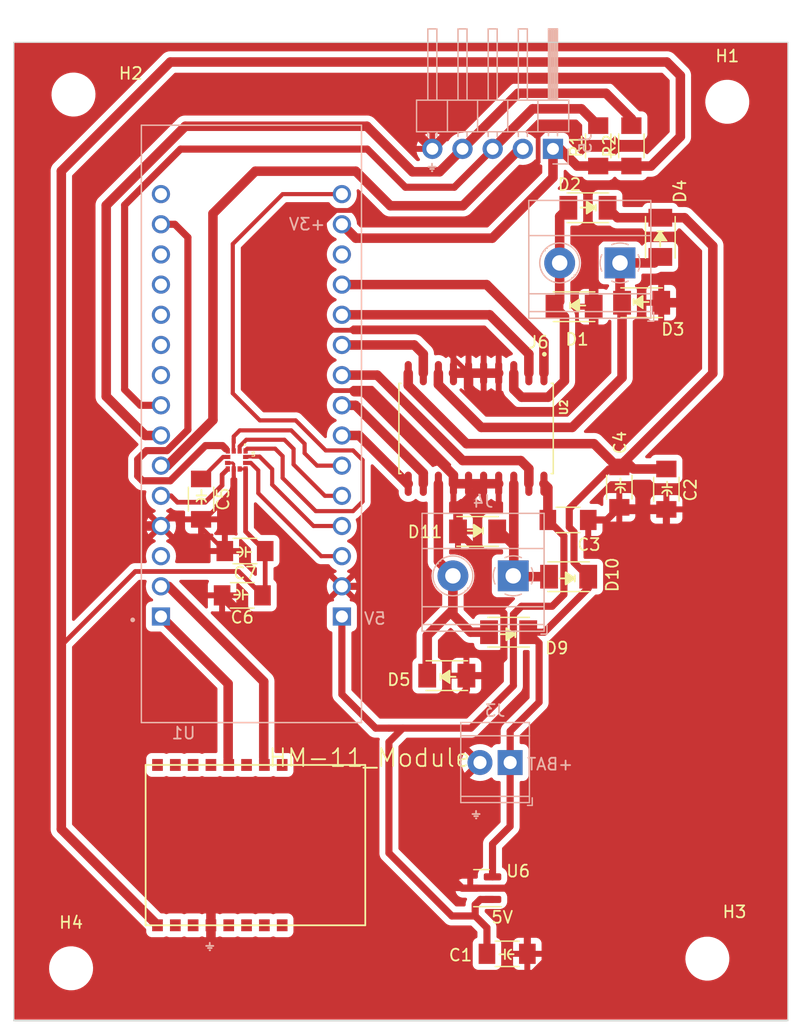
<source format=kicad_pcb>
(kicad_pcb (version 20221018) (generator pcbnew)
  (layers (0 "F.Cu" signal) (31 "B.Cu" signal) (34 "B.Paste" user) (35 "F.Paste" user) (36 "B.SilkS" user "B.Silkscreen") (37 "F.SilkS" user "F.Silkscreen") (38 "B.Mask" user) (39 "F.Mask" user) (44 "Edge.Cuts" user))
  (net 0 "")
  (net 2 "EN_A")
  (net 3 "A_H")
  (net 4 "A_L")
  (net 5 "EN_B")
  (net 9 "XSHUT")
  (net 10 "SCL")
  (net 11 "SDA")
  (net 12 "RX")
  (net 13 "B_H")
  (net 14 "B_L")
  (net 16 "VCC")
  (net 17 "GND")
  (net 18 "Net-(D3-K)")
  (net 20 "+BAT")
  (net 22 "TX")
  (net 33 "3V3")
  (net 36 "Net-(D5-K)")
  (net 37 "Net-(D10-A)")
  (net 38 "Net-(D1-K)")
  (net 39 "Net-(U5-C1)")
  (net 40 "SCLK")
  (net 41 "SXL")
  (net 42 "SMAG")
  (net 43 "SDOI")
  (net 44 "INT_MAG")
  (net 45 "INT_XL")
  (net 46 "DRDY")
  (footprint "fab:SOD-123T" (layer "F.Cu") (at 232.4608 90.6272 180)
    (fp_text reference "D10")
    (fp_text value "Diode_Schottky_MiniSMA")
  )
  (footprint "Modules:HM-11_Module" (layer "F.Cu") (at 205.5808 113.2268 -90)
    (fp_text reference "U4")
    (fp_text value "HM-11_Module")
  )
  (footprint "fab:SOD-123T" (layer "F.Cu") (at 234.0864 59.5684 180)
    (fp_text reference "D2")
    (fp_text value "Diode_Schottky_MiniSMA")
  )
  (footprint "fab:SOD-123T" (layer "F.Cu") (at 222.1992 98.9584)
    (fp_text reference "D5")
    (fp_text value "Diode_Schottky_MiniSMA")
  )
  (footprint "fab:C_1206" (layer "F.Cu") (at 204.97 92.2 180)
    (fp_text reference "C6")
    (fp_text value "100nF")
  )
  (footprint "Package_TO_SOT_SMD:SOT-23" (layer "F.Cu") (at 225.11 116.85 180)
    (fp_text reference "U6")
    (fp_text value "LM3480-5.0")
  )
  (footprint "fab:R_1206" (layer "F.Cu") (at 237.744 54.356 90)
    (fp_text reference "R2")
    (fp_text value "1K")
  )
  (footprint "L293dd:SOIC127P1032X265-20N" (layer "F.Cu") (at 224.663 78.149 -90)
    (fp_text reference "U2")
    (fp_text value "L293DD")
  )
  (footprint "fab:C_1206" (layer "F.Cu") (at 227.2792 122.3772)
    (fp_text reference "C1")
    (fp_text value "10uF")
  )
  (footprint "MountingHole:MountingHole_3.2mm_M3_ISO7380" (layer "F.Cu") (at 244.1448 122.7836)
    (fp_text reference "H3")
    (fp_text value "MountingHole")
  )
  (footprint "fab:R_1206" (layer "F.Cu") (at 234.95 54.356 90)
    (fp_text reference "R1")
    (fp_text value "1k")
  )
  (footprint "fab:SOD-123T" (layer "F.Cu") (at 240.1824 62.0576 -90)
    (fp_text reference "D4")
    (fp_text value "Diode_Schottky_MiniSMA")
  )
  (footprint "fab:C_1206" (layer "F.Cu") (at 236.728 83.0888 -90)
    (fp_text reference "C4")
    (fp_text value "10uF")
  )
  (footprint "LSM303CTR:LGA12R50P_200X200X100" (layer "F.Cu") (at 204.5 80.8 -90)
    (fp_text reference "U5")
    (fp_text value "LSM303CTR")
  )
  (footprint "MountingHole:MountingHole_3.2mm_M3_ISO7380" (layer "F.Cu") (at 245.8212 50.6476)
    (fp_text reference "H1")
    (fp_text value "MountingHole")
  )
  (footprint "MountingHole:MountingHole_3.2mm_M3_ISO7380" (layer "F.Cu") (at 190.754 50.038)
    (fp_text reference "H2")
    (fp_text value "MountingHole")
  )
  (footprint "fab:C_1206" (layer "F.Cu") (at 201.5 84.1 -90)
    (fp_text reference "C5")
    (fp_text value "100nF")
  )
  (footprint "fab:SOD-123T" (layer "F.Cu") (at 227.4052 95.3008 180)
    (fp_text reference "D9")
    (fp_text value "Diode_Schottky_MiniSMA")
  )
  (footprint "fab:C_1206" (layer "F.Cu") (at 205.2 88.47 180)
    (fp_text reference "C7")
    (fp_text value "10uF")
  )
  (footprint "MountingHole:MountingHole_3.2mm_M3_ISO7380" (layer "F.Cu") (at 190.5508 123.5964)
    (fp_text reference "H4")
    (fp_text value "MountingHole")
  )
  (footprint "fab:C_1206" (layer "F.Cu") (at 232.41 85.852)
    (fp_text reference "C3")
    (fp_text value "10uF")
  )
  (footprint "fab:SOD-123T" (layer "F.Cu") (at 232.918 67.8996)
    (fp_text reference "D1")
    (fp_text value "Diode_Schottky_MiniSMA")
  )
  (footprint "fab:SOD-123T" (layer "F.Cu") (at 238.6076 67.564)
    (fp_text reference "D3")
    (fp_text value "Diode_Schottky_MiniSMA")
  )
  (footprint "fab:C_1206" (layer "F.Cu") (at 240.6904 83.2612 -90)
    (fp_text reference "C2")
    (fp_text value "10uF")
  )
  (footprint "fab:SOD-123T" (layer "F.Cu") (at 224.79 86.8172 180)
    (fp_text reference "D11")
    (fp_text value "Diode_Schottky_MiniSMA")
  )
  (footprint "TerminalBlock_Phoenix:TerminalBlock_Phoenix_MKDS-1,5-2-5.08_1x02_P5.08mm_Horizontal" (layer "B.Cu") (at 227.7922 90.5566 180)
    (fp_text reference "J4")
    (fp_text value "MOTOR2 OUT")
  )
  (footprint "Modules:mod" (layer "B.Cu") (at 205.74 77.765)
    (fp_text reference "U1")
    (fp_text value "NUCLEO-L432KC")
  )
  (footprint "TerminalBlock_Phoenix:TerminalBlock_Phoenix_MKDS-1,5-2-5.08_1x02_P5.08mm_Horizontal" (layer "B.Cu") (at 236.7838 64.2114 180)
    (fp_text reference "J6")
    (fp_text value "MOTOR2 OUT")
  )
  (footprint "TerminalBlock_TE-Connectivity:TerminalBlock_TE_282834-2_1x02_P2.54mm_Horizontal" (layer "B.Cu") (at 227.5332 106.2736 180)
    (fp_text reference "J3")
    (fp_text value "Conn_01x02_Socket")
  )
  (footprint "Connector_PinHeader_2.54mm:PinHeader_1x05_P2.54mm_Horizontal" (layer "B.Cu") (at 231.14 54.61 90)
    (fp_text reference "J5")
    (fp_text value "LIDAR_conn")
  )
  (gr_line (start 202.08 121.89) (end 202.39 121.89) (stroke (width 0.15)) (layer "B.SilkS"))
  (gr_line (start 224.36 110.61) (end 224.96 110.61) (stroke (width 0.15)) (layer "B.SilkS"))
  (gr_line (start 202.23 121.45) (end 202.23 121.71) (stroke (width 0.15)) (layer "B.SilkS"))
  (gr_line (start 202.22 122.08) (end 202.26 122.08) (stroke (width 0.15)) (layer "B.SilkS"))
  (gr_line (start 220.8 56.3) (end 221.11 56.3) (stroke (width 0.15)) (layer "B.SilkS"))
  (gr_line (start 220.65 56.12) (end 221.25 56.12) (stroke (width 0.15)) (layer "B.SilkS"))
  (gr_line (start 224.51 110.79) (end 224.82 110.79) (stroke (width 0.15)) (layer "B.SilkS"))
  (gr_line (start 220.95 55.86) (end 220.95 56.12) (stroke (width 0.15)) (layer "B.SilkS"))
  (gr_line (start 201.93 121.71) (end 202.53 121.71) (stroke (width 0.15)) (layer "B.SilkS"))
  (gr_line (start 224.66 110.35) (end 224.66 110.61) (stroke (width 0.15)) (layer "B.SilkS"))
  (gr_line (start 220.94 56.49) (end 220.98 56.49) (stroke (width 0.15)) (layer "B.SilkS"))
  (gr_line (start 224.65 110.98) (end 224.69 110.98) (stroke (width 0.15)) (layer "B.SilkS"))
  (gr_line (start 232.588 67.546) (end 232.588 68.054) (stroke (width 0.15)) (layer "F.SilkS"))
  (gr_arc (start 204.521859 91.728576) (mid 204.76749 92.139686) (end 204.49 92.53) (stroke (width 0.15)) (layer "F.SilkS"))
  (gr_line (start 241.16 83.09) (end 240.35 83.09) (stroke (width 0.15)) (layer "F.SilkS"))
  (gr_poly (pts (xy 227.972 95.47) (xy 227.21 94.962) (xy 227.21 95.978)) (stroke (width 0.15)) (fill solid) (layer "F.SilkS"))
  (gr_line (start 232.21 90.77) (end 231.702 90.77) (stroke (width 0.15)) (layer "F.SilkS"))
  (gr_poly (pts (xy 240.17 61.558) (xy 239.662 62.32) (xy 240.678 62.32)) (stroke (width 0.15)) (fill solid) (layer "F.SilkS"))
  (gr_line (start 224.47 86.76) (end 223.962 86.76) (stroke (width 0.15)) (layer "F.SilkS"))
  (gr_line (start 237.23 82.83) (end 236.42 82.83) (stroke (width 0.15)) (layer "F.SilkS"))
  (gr_poly (pts (xy 232.972 90.77) (xy 232.21 90.262) (xy 232.21 91.278)) (stroke (width 0.15)) (fill solid) (layer "F.SilkS"))
  (gr_arc (start 240.338576 83.588141) (mid 240.749686 83.34251) (end 241.14 83.62) (stroke (width 0.15)) (layer "F.SilkS"))
  (gr_line (start 236.82 82.37) (end 236.82 82.73) (stroke (width 0.15)) (layer "F.SilkS"))
  (gr_line (start 227.461859 122.408576) (end 227.821859 122.408576) (stroke (width 0.15)) (layer "F.SilkS"))
  (gr_line (start 240.424 61.558) (end 239.916 61.558) (stroke (width 0.15)) (layer "F.SilkS"))
  (gr_line (start 232.972 91.024) (end 232.972 90.516) (stroke (width 0.15)) (layer "F.SilkS"))
  (gr_arc (start 236.408576 83.328141) (mid 236.819686 83.08251) (end 237.21 83.36) (stroke (width 0.15)) (layer "F.SilkS"))
  (gr_line (start 234.742 59.804) (end 234.742 59.296) (stroke (width 0.15)) (layer "F.SilkS"))
  (gr_poly (pts (xy 234.742 59.55) (xy 233.98 59.042) (xy 233.98 60.058)) (stroke (width 0.15)) (fill solid) (layer "F.SilkS"))
  (gr_line (start 205.02 92.55) (end 205.02 91.74) (stroke (width 0.15)) (layer "F.SilkS"))
  (gr_poly (pts (xy 237.928 67.5) (xy 238.69 68.008) (xy 238.69 66.992)) (stroke (width 0.15)) (fill solid) (layer "F.SilkS"))
  (gr_line (start 226.631859 122.418576) (end 226.991859 122.418576) (stroke (width 0.15)) (layer "F.SilkS"))
  (gr_line (start 225.232 87.014) (end 225.232 86.506) (stroke (width 0.15)) (layer "F.SilkS"))
  (gr_line (start 236.83 83.2) (end 236.83 83.56) (stroke (width 0.15)) (layer "F.SilkS"))
  (gr_line (start 204.65 92.15) (end 204.29 92.15) (stroke (width 0.15)) (layer "F.SilkS"))
  (gr_line (start 205.26 88.96) (end 205.26 88.15) (stroke (width 0.15)) (layer "F.SilkS"))
  (gr_line (start 233.98 59.55) (end 233.472 59.55) (stroke (width 0.15)) (layer "F.SilkS"))
  (gr_line (start 233.35 67.8) (end 233.858 67.8) (stroke (width 0.15)) (layer "F.SilkS"))
  (gr_poly (pts (xy 225.232 86.76) (xy 224.47 86.252) (xy 224.47 87.268)) (stroke (width 0.15)) (fill solid) (layer "F.SilkS"))
  (gr_line (start 240.75 82.63) (end 240.75 82.99) (stroke (width 0.15)) (layer "F.SilkS"))
  (gr_poly (pts (xy 232.588 67.8) (xy 233.35 68.308) (xy 233.35 67.292)) (stroke (width 0.15)) (fill solid) (layer "F.SilkS"))
  (gr_line (start 204.89 88.56) (end 204.53 88.56) (stroke (width 0.15)) (layer "F.SilkS"))
  (gr_line (start 201.53 83.33) (end 201.53 83.69) (stroke (width 0.15)) (layer "F.SilkS"))
  (gr_line (start 222.42 99.05) (end 222.928 99.05) (stroke (width 0.15)) (layer "F.SilkS"))
  (gr_poly (pts (xy 221.658 99.05) (xy 222.42 99.558) (xy 222.42 98.542)) (stroke (width 0.15)) (fill solid) (layer "F.SilkS"))
  (gr_line (start 201.94 83.79) (end 201.13 83.79) (stroke (width 0.15)) (layer "F.SilkS"))
  (gr_arc (start 201.118576 84.288141) (mid 201.529686 84.04251) (end 201.92 84.32) (stroke (width 0.15)) (layer "F.SilkS"))
  (gr_line (start 227.091859 122.008576) (end 227.091859 122.818576) (stroke (width 0.15)) (layer "F.SilkS"))
  (gr_line (start 221.658 98.796) (end 221.658 99.304) (stroke (width 0.15)) (layer "F.SilkS"))
  (gr_line (start 227.972 95.724) (end 227.972 95.216) (stroke (width 0.15)) (layer "F.SilkS"))
  (gr_line (start 205.72 88.55) (end 205.36 88.55) (stroke (width 0.15)) (layer "F.SilkS"))
  (gr_line (start 237.928 67.246) (end 237.928 67.754) (stroke (width 0.15)) (layer "F.SilkS"))
  (gr_line (start 201.54 84.16) (end 201.54 84.52) (stroke (width 0.15)) (layer "F.SilkS"))
  (gr_arc (start 227.59 122.83) (mid 227.344369 122.41889) (end 227.621859 122.028576) (stroke (width 0.15)) (layer "F.SilkS"))
  (gr_line (start 238.69 67.5) (end 239.198 67.5) (stroke (width 0.15)) (layer "F.SilkS"))
  (gr_line (start 205.48 92.14) (end 205.12 92.14) (stroke (width 0.15)) (layer "F.SilkS"))
  (gr_line (start 240.17 62.32) (end 240.17 62.828) (stroke (width 0.15)) (layer "F.SilkS"))
  (gr_arc (start 204.761859 88.138576) (mid 205.00749 88.549686) (end 204.73 88.94) (stroke (width 0.15)) (layer "F.SilkS"))
  (gr_line (start 240.76 83.46) (end 240.76 83.82) (stroke (width 0.15)) (layer "F.SilkS"))
  (gr_line (start 227.21 95.47) (end 226.702 95.47) (stroke (width 0.15)) (layer "F.SilkS"))
  (gr_rect (start 185.7248 45.6438) (end 250.9266 128.016) (stroke (width 0.1)) (fill none) (layer "Edge.Cuts"))
  (gr_text "+3V" (at 212.05 61.54) (layer "B.SilkS") (effects (font (size 1 1)) (justify left bottom mirror)))
  (gr_text "5V" (at 217.14 94.74) (layer "B.SilkS") (effects (font (size 1 1)) (justify left bottom mirror)))
  (gr_text "+BAT" (at 232.92 107) (layer "B.SilkS") (effects (font (size 1 1)) (justify left bottom mirror)))
  (gr_text "5V" (at 225.86 119.89) (layer "F.SilkS") (effects (font (size 1 1)) (justify left bottom)))
  (segment (start 230.378 70.866) (end 230.378 73.494) (width 0.8) (layer "F.Cu") (net 2))
  (segment (start 225.552 66.04) (end 230.378 70.866) (width 0.8) (layer "F.Cu") (net 2))
  (segment (start 213.36 66.04) (end 225.552 66.04) (width 0.8) (layer "F.Cu") (net 2))
  (segment (start 225.806 68.58) (end 229.108 71.882) (width 0.8) (layer "F.Cu") (net 3))
  (segment (start 229.108 71.882) (end 229.108 73.494) (width 0.8) (layer "F.Cu") (net 3))
  (segment (start 213.36 68.58) (end 225.806 68.58) (width 0.8) (layer "F.Cu") (net 3))
  (segment (start 213.36 71.12) (end 219.456 71.12) (width 0.8) (layer "F.Cu") (net 4))
  (segment (start 220.218 71.882) (end 220.218 73.494) (width 0.8) (layer "F.Cu") (net 4))
  (segment (start 219.456 71.12) (end 220.218 71.882) (width 0.8) (layer "F.Cu") (net 4))
  (segment (start 214.81 78.74) (end 218.874 82.804) (width 0.8) (layer "F.Cu") (net 5))
  (segment (start 218.874 82.804) (end 218.948 82.804) (width 0.8) (layer "F.Cu") (net 5))
  (segment (start 213.36 78.74) (end 214.81 78.74) (width 0.8) (layer "F.Cu") (net 5))
  (segment (start 214.5284 56.4896) (end 217.4388 59.4) (width 0.8) (layer "F.Cu") (net 9))
  (segment (start 217.4388 59.4) (end 223.556 59.4) (width 0.8) (layer "F.Cu") (net 9))
  (segment (start 202.5 60.06) (end 206.0704 56.4896) (width 0.8) (layer "F.Cu") (net 9))
  (segment (start 206.0704 56.4896) (end 214.5284 56.4896) (width 0.8) (layer "F.Cu") (net 9))
  (segment (start 198.12 81.28) (end 198.66 81.28) (width 0.8) (layer "F.Cu") (net 9))
  (segment (start 202.5 77.44) (end 202.5 60.06) (width 0.8) (layer "F.Cu") (net 9))
  (segment (start 223.556 59.4) (end 228.346 54.61) (width 0.8) (layer "F.Cu") (net 9))
  (segment (start 198.66 81.28) (end 202.5 77.44) (width 0.8) (layer "F.Cu") (net 9))
  (segment (start 228.346 54.61) (end 228.6 54.61) (width 0.8) (layer "F.Cu") (net 9))
  (segment (start 229.43 51.24) (end 233.534 51.24) (width 0.8) (layer "F.Cu") (net 10))
  (segment (start 226.06 54.61) (end 229.43 51.24) (width 0.8) (layer "F.Cu") (net 10))
  (segment (start 195.06 59.34) (end 199.77 54.63) (width 0.6) (layer "F.Cu") (net 10))
  (segment (start 222.83 57.84) (end 226.06 54.61) (width 0.6) (layer "F.Cu") (net 10))
  (segment (start 199.77 54.63) (end 215.5 54.63) (width 0.6) (layer "F.Cu") (net 10))
  (segment (start 198.12 76.2) (end 196.39 76.2) (width 0.6) (layer "F.Cu") (net 10))
  (segment (start 195.06 74.87) (end 195.06 59.34) (width 0.6) (layer "F.Cu") (net 10))
  (segment (start 233.534 51.24) (end 234.95 52.656) (width 0.8) (layer "F.Cu") (net 10))
  (segment (start 218.71 57.84) (end 222.83 57.84) (width 0.6) (layer "F.Cu") (net 10))
  (segment (start 196.39 76.2) (end 195.06 74.87) (width 0.6) (layer "F.Cu") (net 10))
  (segment (start 215.5 54.63) (end 218.71 57.84) (width 0.6) (layer "F.Cu") (net 10))
  (segment (start 193.51 59.364214) (end 193.51 75.4508) (width 0.8) (layer "F.Cu") (net 11))
  (segment (start 219.3036 56.5404) (end 215.4682 52.705) (width 0.8) (layer "F.Cu") (net 11))
  (segment (start 200.169214 52.705) (end 193.51 59.364214) (width 0.8) (layer "F.Cu") (net 11))
  (segment (start 193.51 75.4508) (end 196.7992 78.74) (width 0.8) (layer "F.Cu") (net 11))
  (segment (start 237.744 52.07) (end 237.744 52.656) (width 0.8) (layer "F.Cu") (net 11))
  (segment (start 223.52 54.61) (end 228.2 49.93) (width 0.8) (layer "F.Cu") (net 11))
  (segment (start 215.4682 52.705) (end 200.169214 52.705) (width 0.8) (layer "F.Cu") (net 11))
  (segment (start 235.604 49.93) (end 237.744 52.07) (width 0.8) (layer "F.Cu") (net 11))
  (segment (start 196.7992 78.74) (end 198.12 78.74) (width 0.8) (layer "F.Cu") (net 11))
  (segment (start 228.2 49.93) (end 235.604 49.93) (width 0.8) (layer "F.Cu") (net 11))
  (segment (start 221.5896 56.5404) (end 219.3036 56.5404) (width 0.8) (layer "F.Cu") (net 11))
  (segment (start 223.52 54.61) (end 221.5896 56.5404) (width 0.8) (layer "F.Cu") (net 11))
  (segment (start 198.76 91.44) (end 206.78 99.46) (width 0.8) (layer "F.Cu") (net 12))
  (segment (start 206.78 99.46) (end 206.78 105.88) (width 0.8) (layer "F.Cu") (net 12))
  (segment (start 198.12 91.44) (end 198.76 91.44) (width 0.8) (layer "F.Cu") (net 12))
  (segment (start 213.36 76.2) (end 214.51 76.2) (width 0.8) (layer "F.Cu") (net 13))
  (segment (start 220.218 81.908) (end 220.218 82.804) (width 0.8) (layer "F.Cu") (net 13))
  (segment (start 214.51 76.2) (end 220.218 81.908) (width 0.8) (layer "F.Cu") (net 13))
  (segment (start 229.108 81.534) (end 229.108 82.804) (width 0.8) (layer "F.Cu") (net 14))
  (segment (start 228.4276 80.8536) (end 229.108 81.534) (width 0.8) (layer "F.Cu") (net 14))
  (segment (start 216.34 73.66) (end 223.5336 80.8536) (width 0.8) (layer "F.Cu") (net 14))
  (segment (start 213.36 73.66) (end 216.34 73.66) (width 0.8) (layer "F.Cu") (net 14))
  (segment (start 223.5336 80.8536) (end 228.4276 80.8536) (width 0.8) (layer "F.Cu") (net 14))
  (segment (start 213.36 100.5332) (end 213.36 93.98) (width 0.6) (layer "F.Cu") (net 16))
  (segment (start 232.0608 92.1272) (end 231.0716 93.1164) (width 0.6) (layer "F.Cu") (net 16))
  (segment (start 217.3224 104.5464) (end 218.4908 103.378) (width 0.6) (layer "F.Cu") (net 16))
  (segment (start 224.586 118.234) (end 225.02 117.8) (width 0.6) (layer "F.Cu") (net 16))
  (segment (start 225.5792 120.184) (end 224.586 119.1908) (width 0.6) (layer "F.Cu") (net 16))
  (segment (start 230.71 85.852) (end 230.71 83.136) (width 0.8) (layer "F.Cu") (net 16))
  (segment (start 217.3224 113.8936) (end 217.3224 104.5464) (width 0.6) (layer "F.Cu") (net 16))
  (segment (start 225.5792 122.3772) (end 225.5792 120.184) (width 0.6) (layer "F.Cu") (net 16))
  (segment (start 224.586 119.1908) (end 222.6196 119.1908) (width 0.6) (layer "F.Cu") (net 16))
  (segment (start 228.4896 93.1164) (end 227.8052 93.8008) (width 0.6) (layer "F.Cu") (net 16))
  (segment (start 231.0716 93.1164) (end 228.4896 93.1164) (width 0.6) (layer "F.Cu") (net 16))
  (segment (start 227.8052 99.804) (end 224.2312 103.378) (width 0.6) (layer "F.Cu") (net 16))
  (segment (start 224.586 119.1908) (end 224.586 118.234) (width 0.6) (layer "F.Cu") (net 16))
  (segment (start 230.71 83.136) (end 230.378 82.804) (width 0.8) (layer "F.Cu") (net 16))
  (segment (start 222.6196 119.1908) (end 217.3224 113.8936) (width 0.6) (layer "F.Cu") (net 16))
  (segment (start 224.2312 103.378) (end 217.3224 103.378) (width 0.6) (layer "F.Cu") (net 16))
  (segment (start 216.2048 103.378) (end 213.36 100.5332) (width 0.6) (layer "F.Cu") (net 16))
  (segment (start 217.3224 103.378) (end 216.2048 103.378) (width 0.6) (layer "F.Cu") (net 16))
  (segment (start 232.0608 87.2028) (end 232.0608 92.1272) (width 0.6) (layer "F.Cu") (net 16))
  (segment (start 227.8052 93.8008) (end 227.8052 99.804) (width 0.6) (layer "F.Cu") (net 16))
  (segment (start 225.02 117.8) (end 226.0475 117.8) (width 0.6) (layer "F.Cu") (net 16))
  (segment (start 230.71 85.852) (end 232.0608 87.2028) (width 0.6) (layer "F.Cu") (net 16))
  (segment (start 211.32 61.34) (end 211.32 68.83) (width 0.4) (layer "F.Cu") (net 17))
  (segment (start 216.01 60.66) (end 215.18 59.83) (width 0.4) (layer "F.Cu") (net 17))
  (segment (start 234.568 62.6272) (end 235.2152 61.98) (width 0.8) (layer "F.Cu") (net 17))
  (segment (start 214.42 75.06) (end 214.32 74.96) (width 0.4) (layer "F.Cu") (net 17))
  (segment (start 223.8492 100.1532) (end 222.4024 101.6) (width 0.6) (layer "F.Cu") (net 17))
  (segment (start 211.32 68.83) (end 212.37 69.88) (width 0.4) (layer "F.Cu") (net 17))
  (segment (start 201.83 85.8) (end 204.25 83.38) (width 0.35) (layer "F.Cu") (net 17))
  (segment (start 214.6808 91.44) (end 213.36 91.44) (width 0.6) (layer "F.Cu") (net 17))
  (segment (start 229.89 53.56) (end 229.89 55.72) (width 0.4) (layer "F.Cu") (net 17))
  (segment (start 226.86 48.73) (end 238.92 48.73) (width 0.8) (layer "F.Cu") (net 17))
  (segment (start 209.3808 98.3108) (end 209.4408 98.3108) (width 0.8) (layer "F.Cu") (net 17))
  (segment (start 191.66 58.59) (end 191.66 82.186) (width 0.8) (layer "F.Cu") (net 17))
  (segment (start 212.865 59.795) (end 211.32 61.34) (width 0.4) (layer "F.Cu") (net 17))
  (segment (start 216.2048 100.0252) (end 216.2048 92.964) (width 0.6) (layer "F.Cu") (net 17))
  (segment (start 240.6904 107.0864) (end 240.6904 84.9612) (width 0.6) (layer "F.Cu") (net 17))
  (segment (start 199.45 50.8) (end 191.66 58.59) (width 0.8) (layer "F.Cu") (net 17))
  (segment (start 201.5 85.8) (end 198.68 85.8) (width 0.35) (layer "F.Cu") (net 17))
  (segment (start 206.264 125.21) (end 228.43 125.21) (width 0.8) (layer "F.Cu") (net 17))
  (segment (start 210.62 113.8) (end 208 116.42) (width 0.8) (layer "F.Cu") (net 17))
  (segment (start 235.6648 85.852) (end 236.728 84.7888) (width 0.6) (layer "F.Cu") (net 17))
  (segment (start 227.0052 93.706) (end 225.46 92.1608) (width 0.6) (layer "F.Cu") (net 17))
  (segment (start 208 116.42) (end 203.81 116.42) (width 0.8) (layer "F.Cu") (net 17))
  (segment (start 225.46 92.1608) (end 225.46 89.1372) (width 0.6) (layer "F.Cu") (net 17))
  (segment (start 222.758 82.804) (end 224.028 82.804) (width 0.8) (layer "F.Cu") (net 17))
  (segment (start 231.5464 76.7388) (end 231.6988 76.7388) (width 0.8) (layer "F.Cu") (net 17))
  (segment (start 220.98 54.61) (end 217.17 50.8) (width 0.8) (layer "F.Cu") (net 17))
  (segment (start 214.49 59.83) (end 214.455 59.795) (width 0.4) (layer "F.Cu") (net 17))
  (segment (start 227.0052 97.4544) (end 227.0052 93.706) (width 0.6) (layer "F.Cu") (net 17))
  (segment (start 203.81 116.42) (end 202.3308 117.8992) (width 0.8) (layer "F.Cu") (net 17))
  (segment (start 223.4792 116.85) (end 228.06 116.85) (width 0.6) (layer "F.Cu") (net 17))
  (segment (start 224.028 74.7068) (end 226.06 76.7388) (width 0.8) (layer "F.Cu") (net 17))
  (segment (start 242.266 67.564) (end 240.2576 67.564) (width 0.8) (layer "F.Cu") (net 17))
  (segment (start 225.298 82.804) (end 226.568 82.804) (width 0.8) (layer "F.Cu") (net 17))
  (segment (start 202.3308 117.8992) (end 202.3308 119.9768) (width 0.8) (layer "F.Cu") (net 17))
  (segment (start 236.9004 84.9612) (end 236.728 84.7888) (width 0.8) (layer "F.Cu") (net 17))
  (segment (start 212.53 74.96) (end 211.26 73.69) (width 0.4) (layer "F.Cu") (net 17))
  (segment (start 234.11 85.852) (end 235.6648 85.852) (width 0.6) (layer "F.Cu") (net 17))
  (segment (start 240.35 50.16) (end 240.35 53.25) (width 0.8) (layer "F.Cu") (net 17))
  (segment (start 228.9792 117.7692) (end 228.9792 119.9896) (width 0.6) (layer "F.Cu") (net 17))
  (segment (start 217.17 50.8) (end 199.45 50.8) (width 0.8) (layer "F.Cu") (net 17))
  (segment (start 216.2048 92.964) (end 214.6808 91.44) (width 0.6) (layer "F.Cu") (net 17))
  (segment (start 209.4408 98.3108) (end 210.62 99.49) (width 0.8) (layer "F.Cu") (net 17))
  (segment (start 239.31 54.29) (end 233.8 54.29) (width 0.8) (layer "F.Cu") (net 17))
  (segment (start 224.95 60.66) (end 216.01 60.66) (width 0.4) (layer "F.Cu") (net 17))
  (segment (start 221.8944 109.3724) (end 221.8944 115.2652) (width 0.6) (layer "F.Cu") (net 17))
  (segment (start 211.26 70.99) (end 212.37 69.88) (width 0.4) (layer "F.Cu") (net 17))
  (segment (start 234.568 67.8996) (end 234.568 62.6272) (width 0.8) (layer "F.Cu") (net 17))
  (segment (start 242.66 63.13) (end 242.66 67.17) (width 0.8) (layer "F.Cu") (net 17))
  (segment (start 225.46 89.1372) (end 223.14 86.8172) (width 0.6) (layer "F.Cu") (net 17))
  (segment (start 226.06 76.7388) (end 226.314 76.7388) (width 0.8) (layer "F.Cu") (net 17))
  (segment (start 217.7796 101.6) (end 216.2048 100.0252) (width 0.6) (layer "F.Cu") (net 17))
  (segment (start 226.314 76.7388) (end 228.092 76.7388) (width 0.8) (layer "F.Cu") (net 17))
  (segment (start 222.4024 101.6) (end 217.7796 101.6) (width 0.6) (layer "F.Cu") (net 17))
  (segment (start 204.25 81.56) (end 204.25 81.15) (width 0.25) (layer "F.Cu") (net 17))
  (segment (start 202.3308 121.2768) (end 206.264 125.21) (width 0.8) (layer "F.Cu") (net 17))
  (segment (start 228.9792 122.3772) (end 228.9792 119.9896) (width 0.6) (layer "F.Cu") (net 17))
  (segment (start 233.8 54.29) (end 232.18 52.67) (width 0.8) (layer "F.Cu") (net 17))
  (segment (start 195.834 86.36) (end 198.12 86.36) (width 0.8) (layer "F.Cu") (net 17))
  (segment (start 230.886 122.754) (end 230.886 116.8908) (width 0.8) (layer "F.Cu") (net 17))
  (segment (start 228.43 125.21) (end 230.886 122.754) (width 0.8) (layer "F.Cu") (net 17))
  (segment (start 225.298 73.494) (end 226.568 73.494) (width 0.8) (layer "F.Cu") (net 17))
  (segment (start 228.9792 118.7976) (end 230.886 116.8908) (width 0.6) (layer "F.Cu") (net 17))
  (segment (start 235.2152 61.98) (end 241.51 61.98) (width 0.8) (layer "F.Cu") (net 17))
  (segment (start 210.62 99.49) (end 210.62 113.8) (width 0.8) (layer "F.Cu") (net 17))
  (segment (start 240.6904 84.9612) (end 236.9004 84.9612) (width 0.8) (layer "F.Cu") (net 17))
  (segment (start 222.758 82.804) (end 222.758 82.076208) (width 0.8) (layer "F.Cu") (net 17))
  (segment (start 223.8492 98.9584) (end 223.8492 100.1532) (width 0.6) (layer "F.Cu") (net 17))
  (segment (start 201.5 85.8) (end 201.5 86.47) (width 0.35) (layer "F.Cu") (net 17))
  (segment (start 241.51 61.98) (end 242.66 63.13) (width 0.8) (layer "F.Cu") (net 17))
  (segment (start 225.5012 98.9584) (end 227.0052 97.4544) (width 0.6) (layer "F.Cu") (net 17))
  (segment (start 228.06 116.85) (end 228.9792 117.7692) (width 0.6) (layer "F.Cu") (net 17))
  (segment (start 191.66 82.186) (end 195.834 86.36) (width 0.8) (layer "F.Cu") (net 17))
  (segment (start 234.568 73.8696) (end 234.568 67.8996) (width 0.8) (layer "F.Cu") (net 17))
  (segment (start 220.98 54.61) (end 226.86 48.73) (width 0.8) (layer "F.Cu") (net 17))
  (segment (start 224.9932 106.2736) (end 221.8944 109.3724) (width 0.6) (layer "F.Cu") (net 17))
  (segment (start 228.9792 119.9896) (end 228.9792 118.7976) (width 0.6) (layer "F.Cu") (net 17))
  (segment (start 232.18 52.67) (end 230.78 52.67) (width 0.8) (layer "F.Cu") (net 17))
  (segment (start 231.6988 76.7388) (end 234.568 73.8696) (width 0.8) (layer "F.Cu") (net 17))
  (segment (start 238.92 48.73) (end 240.35 50.16) (width 0.8) (layer "F.Cu") (net 17))
  (segment (start 198.68 85.8) (end 198.12 86.36) (width 0.35) (layer "F.Cu") (net 17))
  (segment (start 240.35 53.25) (end 239.31 54.29) (width 0.8) (layer "F.Cu") (net 17))
  (segment (start 224.028 82.804) (end 225.298 82.804) (width 0.8) (layer "F.Cu") (net 17))
  (segment (start 214.32 74.96) (end 212.53 74.96) (width 0.4) (layer "F.Cu") (net 17))
  (segment (start 220.414 69.88) (end 224.028 73.494) (width 0.4) (layer "F.Cu") (net 17))
  (segment (start 230.886 116.8908) (end 240.6904 107.0864) (width 0.6) (layer "F.Cu") (net 17))
  (segment (start 223.14 84.962) (end 225.298 82.804) (width 0.8) (layer "F.Cu") (net 17))
  (segment (start 204.25 83.38) (end 204.25 81.56) (width 0.35) (layer "F.Cu") (net 17))
  (segment (start 215.18 59.83) (end 214.49 59.83) (width 0.4) (layer "F.Cu") (net 17))
  (segment (start 203.27 92.2) (end 209.3808 98.3108) (width 0.8) (layer "F.Cu") (net 17))
  (segment (start 221.8944 115.2652) (end 223.4792 116.85) (width 0.6) (layer "F.Cu") (net 17))
  (segment (start 222.758 73.494) (end 224.028 73.494) (width 0.8) (layer "F.Cu") (net 17))
  (segment (start 224.028 73.494) (end 225.298 73.494) (width 0.8) (layer "F.Cu") (net 17))
  (segment (start 201.5 86.47) (end 203.5 88.47) (width 0.35) (layer "F.Cu") (net 17))
  (segment (start 229.89 55.72) (end 224.95 60.66) (width 0.4) (layer "F.Cu") (net 17))
  (segment (start 215.741792 75.06) (end 214.42 75.06) (width 0.8) (layer "F.Cu") (net 17))
  (segment (start 223.14 86.8172) (end 223.14 84.962) (width 0.8) (layer "F.Cu") (net 17))
  (segment (start 222.758 82.076208) (end 215.741792 75.06) (width 0.8) (layer "F.Cu") (net 17))
  (segment (start 202.3308 119.9768) (end 202.3308 121.2768) (width 0.8) (layer "F.Cu") (net 17))
  (segment (start 227.838 76.7388) (end 231.5464 76.7388) (width 0.8) (layer "F.Cu") (net 17))
  (segment (start 214.455 59.795) (end 212.865 59.795) (width 0.4) (layer "F.Cu") (net 17))
  (segment (start 242.66 67.17) (end 242.266 67.564) (width 0.8) (layer "F.Cu") (net 17))
  (segment (start 224.028 73.494) (end 224.028 74.7068) (width 0.8) (layer "F.Cu") (net 17))
  (segment (start 201.5 85.8) (end 201.83 85.8) (width 0.35) (layer "F.Cu") (net 17))
  (segment (start 223.8492 98.9584) (end 225.5012 98.9584) (width 0.6) (layer "F.Cu") (net 17))
  (segment (start 204.15 81.05) (end 203.74 81.05) (width 0.25) (layer "F.Cu") (net 17))
  (segment (start 212.37 69.88) (end 220.414 69.88) (width 0.4) (layer "F.Cu") (net 17))
  (segment (start 230.78 52.67) (end 229.89 53.56) (width 0.4) (layer "F.Cu") (net 17))
  (segment (start 204.25 81.15) (end 204.15 81.05) (width 0.25) (layer "F.Cu") (net 17))
  (segment (start 211.26 73.69) (end 211.26 70.99) (width 0.4) (layer "F.Cu") (net 17))
  (segment (start 232.7656 78.0596) (end 225.095 78.0596) (width 0.8) (layer "F.Cu") (net 18))
  (segment (start 236.7838 64.2114) (end 239.6786 64.2114) (width 0.8) (layer "F.Cu") (net 18))
  (segment (start 236.9576 67.564) (end 236.9576 73.8676) (width 0.8) (layer "F.Cu") (net 18))
  (segment (start 239.6786 64.2114) (end 240.1824 63.7076) (width 0.8) (layer "F.Cu") (net 18))
  (segment (start 236.7838 64.2114) (end 236.7838 67.3902) (width 0.8) (layer "F.Cu") (net 18))
  (segment (start 221.488 74.4526) (end 221.488 73.494) (width 0.8) (layer "F.Cu") (net 18))
  (segment (start 225.095 78.0596) (end 221.488 74.4526) (width 0.8) (layer "F.Cu") (net 18))
  (segment (start 236.7838 67.3902) (end 236.9576 67.564) (width 0.8) (layer "F.Cu") (net 18))
  (segment (start 236.9576 73.8676) (end 232.7656 78.0596) (width 0.8) (layer "F.Cu") (net 18))
  (segment (start 236.552 81.3888) (end 236.728 81.3888) (width 0.8) (layer "F.Cu") (net 20))
  (segment (start 232.5116 86.4616) (end 232.5116 84.9004) (width 0.6) (layer "F.Cu") (net 20))
  (segment (start 237.2396 80.8772) (end 244.602 73.5148) (width 0.8) (layer "F.Cu") (net 20))
  (segment (start 234.1108 90.6272) (end 232.91 89.4264) (width 0.6) (layer "F.Cu") (net 20))
  (segment (start 223.8512 79.4312) (end 234.5944 79.4312) (width 0.8) (layer "F.Cu") (net 20))
  (segment (start 227.53 111.6468) (end 227.53 106.2768) (width 0.6) (layer "F.Cu") (net 20))
  (segment (start 230.4052 95.3008) (end 234.1108 91.5952) (width 0.6) (layer "F.Cu") (net 20))
  (segment (start 229.9716 96.2172) (end 229.0552 95.3008) (width 0.6) (layer "F.Cu") (net 20))
  (segment (start 244.602 62.7888) (end 242.2208 60.4076) (width 0.8) (layer "F.Cu") (net 20))
  (segment (start 242.2208 60.4076) (end 240.1824 60.4076) (width 0.8) (layer "F.Cu") (net 20))
  (segment (start 232.91 89.4264) (end 232.91 86.86) (width 0.6) (layer "F.Cu") (net 20))
  (segment (start 235.8508 81.5612) (end 240.6904 81.5612) (width 0.6) (layer "F.Cu") (net 20))
  (segment (start 240.6904 81.5612) (end 237.9236 81.5612) (width 0.8) (layer "F.Cu") (net 20))
  (segment (start 229.9716 101.1936) (end 229.9716 96.2172) (width 0.6) (layer "F.Cu") (net 20))
  (segment (start 229.0552 95.3008) (end 230.4052 95.3008) (width 0.6) (layer "F.Cu") (net 20))
  (segment (start 218.948 74.528) (end 223.8512 79.4312) (width 0.8) (layer "F.Cu") (net 20))
  (segment (start 232.5116 84.9004) (end 235.8508 81.5612) (width 0.6) (layer "F.Cu") (net 20))
  (segment (start 237.9236 81.5612) (end 237.2396 80.8772) (width 0.8) (layer "F.Cu") (net 20))
  (segment (start 232.91 86.86) (end 232.5116 86.4616) (width 0.6) (layer "F.Cu") (net 20))
  (segment (start 226.0475 115.9) (end 226.0475 113.1293) (width 0.6) (layer "F.Cu") (net 20))
  (segment (start 227.5332 103.632) (end 229.9716 101.1936) (width 0.6) (layer "F.Cu") (net 20))
  (segment (start 227.5332 106.2736) (end 227.5332 103.632) (width 0.6) (layer "F.Cu") (net 20))
  (segment (start 226.0475 113.1293) (end 227.53 111.6468) (width 0.6) (layer "F.Cu") (net 20))
  (segment (start 236.5756 60.4076) (end 235.7364 59.5684) (width 0.8) (layer "F.Cu") (net 20))
  (segment (start 234.5944 79.4312) (end 236.552 81.3888) (width 0.8) (layer "F.Cu") (net 20))
  (segment (start 236.728 81.3888) (end 237.2396 80.8772) (width 0.8) (layer "F.Cu") (net 20))
  (segment (start 244.602 73.5148) (end 244.602 62.7888) (width 0.8) (layer "F.Cu") (net 20))
  (segment (start 240.1824 60.4076) (end 236.5756 60.4076) (width 0.8) (layer "F.Cu") (net 20))
  (segment (start 234.1108 91.5952) (end 234.1108 90.6272) (width 0.6) (layer "F.Cu") (net 20))
  (segment (start 227.53 106.2768) (end 227.5332 106.2736) (width 0.6) (layer "F.Cu") (net 20))
  (segment (start 218.948 73.494) (end 218.948 74.528) (width 0.8) (layer "F.Cu") (net 20))
  (segment (start 203.78 99.64) (end 203.78 105.88) (width 0.8) (layer "F.Cu") (net 22))
  (segment (start 198.12 93.98) (end 203.78 99.64) (width 0.8) (layer "F.Cu") (net 22))
  (segment (start 241.87 48.44) (end 240.73 47.3) (width 0.8) (layer "F.Cu") (net 33))
  (segment (start 198.91 47.3) (end 189.73 56.48) (width 0.8) (layer "F.Cu") (net 33))
  (segment (start 205.25 81.56) (end 204.75 81.56) (width 0.25) (layer "F.Cu") (net 33))
  (segment (start 240.73 47.3) (end 198.91 47.3) (width 0.8) (layer "F.Cu") (net 33))
  (segment (start 195.96 90.19) (end 189.73 96.42) (width 0.4) (layer "F.Cu") (net 33))
  (segment (start 233.176 56.056) (end 234.95 56.056) (width 0.8) (layer "F.Cu") (net 33))
  (segment (start 197.5808 119.9768) (end 197.8308 119.9768) (width 0.4) (layer "F.Cu") (net 33))
  (segment (start 234.95 56.056) (end 237.744 56.056) (width 0.8) (layer "F.Cu") (net 33))
  (segment (start 231.14 57.02) (end 226.0316 62.1284) (width 0.8) (layer "F.Cu") (net 33))
  (segment (start 206.9 88.47) (end 205.25 86.82) (width 0.4) (layer "F.Cu") (net 33))
  (segment (start 204.66 90.19) (end 195.96 90.19) (width 0.4) (layer "F.Cu") (net 33))
  (segment (start 231.14 54.61) (end 231.14 57.02) (width 0.8) (layer "F.Cu") (net 33))
  (segment (start 189.73 112.126) (end 197.5808 119.9768) (width 0.4) (layer "F.Cu") (net 33))
  (segment (start 239.394 56.056) (end 241.87 53.58) (width 0.8) (layer "F.Cu") (net 33))
  (segment (start 206.67 92.2) (end 204.66 90.19) (width 0.4) (layer "F.Cu") (net 33))
  (segment (start 231.73 54.61) (end 233.176 56.056) (width 0.8) (layer "F.Cu") (net 33))
  (segment (start 189.73 96.42) (end 189.73 112.126) (width 0.4) (layer "F.Cu") (net 33))
  (segment (start 206.9 88.47) (end 206.9 91.73) (width 0.4) (layer "F.Cu") (net 33))
  (segment (start 189.73 56.48) (end 189.73 111.876) (width 0.8) (layer "F.Cu") (net 33))
  (segment (start 226.0316 62.1284) (end 214.5284 62.1284) (width 0.8) (layer "F.Cu") (net 33))
  (segment (start 241.87 53.58) (end 241.87 48.44) (width 0.8) (layer "F.Cu") (net 33))
  (segment (start 205.25 86.82) (end 205.25 81.56) (width 0.4) (layer "F.Cu") (net 33))
  (segment (start 214.5284 62.1284) (end 213.36 60.96) (width 0.8) (layer "F.Cu") (net 33))
  (segment (start 231.14 54.61) (end 231.73 54.61) (width 0.8) (layer "F.Cu") (net 33))
  (segment (start 189.73 111.876) (end 197.8308 119.9768) (width 0.8) (layer "F.Cu") (net 33))
  (segment (start 206.9 91.73) (end 206.74 91.57) (width 0.4) (layer "F.Cu") (net 33))
  (segment (start 237.744 56.056) (end 239.394 56.056) (width 0.8) (layer "F.Cu") (net 33))
  (segment (start 222.7122 93.4162) (end 222.7122 90.5566) (width 0.8) (layer "F.Cu") (net 36))
  (segment (start 222.7122 93.8062) (end 222.7122 90.5566) (width 0.8) (layer "F.Cu") (net 36))
  (segment (start 225.7552 95.3008) (end 224.2068 95.3008) (width 0.8) (layer "F.Cu") (net 36))
  (segment (start 221.488 82.804) (end 221.488 89.3324) (width 0.8) (layer "F.Cu") (net 36))
  (segment (start 220.5492 98.9584) (end 220.5492 95.5792) (width 0.8) (layer "F.Cu") (net 36))
  (segment (start 224.2068 95.3008) (end 222.7122 93.8062) (width 0.8) (layer "F.Cu") (net 36))
  (segment (start 221.488 89.3324) (end 222.7122 90.5566) (width 0.8) (layer "F.Cu") (net 36))
  (segment (start 220.5492 95.5792) (end 222.7122 93.4162) (width 0.8) (layer "F.Cu") (net 36))
  (segment (start 226.44 86.8172) (end 226.6696 86.8172) (width 0.8) (layer "F.Cu") (net 37))
  (segment (start 230.8108 90.6272) (end 227.8628 90.6272) (width 0.8) (layer "F.Cu") (net 37))
  (segment (start 227.838 87.9856) (end 227.838 90.5108) (width 0.8) (layer "F.Cu") (net 37))
  (segment (start 227.838 90.5108) (end 227.7922 90.5566) (width 0.8) (layer "F.Cu") (net 37))
  (segment (start 227.838 82.804) (end 227.838 87.9856) (width 0.8) (layer "F.Cu") (net 37))
  (segment (start 227.8628 90.6272) (end 227.7922 90.5566) (width 0.8) (layer "F.Cu") (net 37))
  (segment (start 226.6696 86.8172) (end 227.838 87.9856) (width 0.8) (layer "F.Cu") (net 37))
  (segment (start 231.7038 64.2114) (end 231.7038 67.4638) (width 0.8) (layer "F.Cu") (net 38))
  (segment (start 227.838 74.8592) (end 228.4984 75.5196) (width 0.8) (layer "F.Cu") (net 38))
  (segment (start 227.838 73.494) (end 227.838 74.8592) (width 0.8) (layer "F.Cu") (net 38))
  (segment (start 231.7038 60.301) (end 232.4364 59.5684) (width 0.8) (layer "F.Cu") (net 38))
  (segment (start 230.7336 75.5196) (end 232.1052 74.148) (width 0.8) (layer "F.Cu") (net 38))
  (segment (start 232.1052 74.148) (end 232.1052 68.7368) (width 0.8) (layer "F.Cu") (net 38))
  (segment (start 231.7038 67.4638) (end 231.268 67.8996) (width 0.8) (layer "F.Cu") (net 38))
  (segment (start 228.4984 75.5196) (end 230.7336 75.5196) (width 0.8) (layer "F.Cu") (net 38))
  (segment (start 232.1052 68.7368) (end 231.268 67.8996) (width 0.8) (layer "F.Cu") (net 38))
  (segment (start 231.7038 64.2114) (end 231.7038 60.301) (width 0.8) (layer "F.Cu") (net 38))
  (segment (start 203.35 80.55) (end 203.74 80.55) (width 0.35) (layer "F.Cu") (net 39))
  (segment (start 201.5 82.4) (end 203.35 80.55) (width 0.35) (layer "F.Cu") (net 39))
  (segment (start 211.16 85.11) (end 208.37 82.32) (width 0.35) (layer "F.Cu") (net 40))
  (segment (start 215.11 84.3) (end 214.3 85.11) (width 0.35) (layer "F.Cu") (net 40))
  (segment (start 214.3 85.11) (end 211.16 85.11) (width 0.35) (layer "F.Cu") (net 40))
  (segment (start 215.11 80.81) (end 215.11 84.3) (width 0.35) (layer "F.Cu") (net 40))
  (segment (start 205.39 79.85) (end 205.25 79.99) (width 0.35) (layer "F.Cu") (net 40))
  (segment (start 207.74 79.85) (end 205.39 79.85) (width 0.35) (layer "F.Cu") (net 40))
  (segment (start 206.45 77.47) (end 209.47 77.47) (width 0.35) (layer "F.Cu") (net 40))
  (segment (start 204.17 75.19) (end 206.45 77.47) (width 0.35) (layer "F.Cu") (net 40))
  (segment (start 208.37 82.32) (end 208.37 80.48) (width 0.35) (layer "F.Cu") (net 40))
  (segment (start 204.17 62.62) (end 204.17 75.19) (width 0.35) (layer "F.Cu") (net 40))
  (segment (start 212 80) (end 214.3 80) (width 0.35) (layer "F.Cu") (net 40))
  (segment (start 208.37 58.42) (end 204.17 62.62) (width 0.35) (layer "F.Cu") (net 40))
  (segment (start 209.47 77.47) (end 212 80) (width 0.35) (layer "F.Cu") (net 40))
  (segment (start 213.36 58.42) (end 208.37 58.42) (width 0.35) (layer "F.Cu") (net 40))
  (segment (start 208.37 80.48) (end 207.74 79.85) (width 0.35) (layer "F.Cu") (net 40))
  (segment (start 214.3 80) (end 215.11 80.81) (width 0.35) (layer "F.Cu") (net 40))
  (segment (start 208.52 79.1) (end 205.31 79.1) (width 0.35) (layer "F.Cu") (net 41))
  (segment (start 209.29 79.87) (end 208.52 79.1) (width 0.35) (layer "F.Cu") (net 41))
  (segment (start 211.93 83.82) (end 209.29 81.18) (width 0.35) (layer "F.Cu") (net 41))
  (segment (start 204.75 79.66) (end 204.75 79.73) (width 0.35) (layer "F.Cu") (net 41))
  (segment (start 209.29 81.18) (end 209.29 79.87) (width 0.35) (layer "F.Cu") (net 41))
  (segment (start 205.31 79.1) (end 204.75 79.66) (width 0.35) (layer "F.Cu") (net 41))
  (segment (start 213.36 83.82) (end 211.93 83.82) (width 0.35) (layer "F.Cu") (net 41))
  (segment (start 211.27 81.28) (end 210.22 80.23) (width 0.35) (layer "F.Cu") (net 42))
  (segment (start 204.25 80.04) (end 204.225 80.015) (width 0.3) (layer "F.Cu") (net 42))
  (segment (start 213.36 81.28) (end 211.27 81.28) (width 0.35) (layer "F.Cu") (net 42))
  (segment (start 204.225 79.025) (end 204.25 79) (width 0.3) (layer "F.Cu") (net 42))
  (segment (start 210.22 79.44) (end 209.09 78.31) (width 0.35) (layer "F.Cu") (net 42))
  (segment (start 204.76 78.31) (end 204.25 78.82) (width 0.35) (layer "F.Cu") (net 42))
  (segment (start 204.225 80.015) (end 204.225 79.025) (width 0.3) (layer "F.Cu") (net 42))
  (segment (start 209.09 78.31) (end 204.76 78.31) (width 0.35) (layer "F.Cu") (net 42))
  (segment (start 204.25 78.82) (end 204.25 79.34) (width 0.35) (layer "F.Cu") (net 42))
  (segment (start 210.22 80.23) (end 210.22 79.44) (width 0.35) (layer "F.Cu") (net 42))
  (segment (start 198.633981 80.015) (end 196.895 80.015) (width 0.6) (layer "F.Cu") (net 43))
  (segment (start 198.905 82.555) (end 201.87 79.59) (width 0.6) (layer "F.Cu") (net 43))
  (segment (start 203.3 79.59) (end 203.575 79.865) (width 0.6) (layer "F.Cu") (net 43))
  (segment (start 196.895 80.015) (end 196.16 80.75) (width 0.6) (layer "F.Cu") (net 43))
  (segment (start 201.87 79.59) (end 203.3 79.59) (width 0.6) (layer "F.Cu") (net 43))
  (segment (start 199.29 60.96) (end 200.39 62.06) (width 0.6) (layer "F.Cu") (net 43))
  (segment (start 200.39 62.06) (end 200.39 78.258981) (width 0.6) (layer "F.Cu") (net 43))
  (segment (start 198.12 60.96) (end 199.29 60.96) (width 0.6) (layer "F.Cu") (net 43))
  (segment (start 196.16 82.15) (end 196.565 82.555) (width 0.6) (layer "F.Cu") (net 43))
  (segment (start 200.39 78.258981) (end 198.633981 80.015) (width 0.6) (layer "F.Cu") (net 43))
  (segment (start 196.16 80.75) (end 196.16 82.15) (width 0.6) (layer "F.Cu") (net 43))
  (segment (start 196.565 82.555) (end 198.905 82.555) (width 0.6) (layer "F.Cu") (net 43))
  (segment (start 203.27 82.94) (end 203.27 82.04) (width 0.4) (layer "F.Cu") (net 44))
  (segment (start 201.85 84.36) (end 203.27 82.94) (width 0.4) (layer "F.Cu") (net 44))
  (segment (start 198.97 83.82) (end 199.51 84.36) (width 0.4) (layer "F.Cu") (net 44))
  (segment (start 199.51 84.36) (end 201.85 84.36) (width 0.4) (layer "F.Cu") (net 44))
  (segment (start 198.12 83.82) (end 198.97 83.82) (width 0.4) (layer "F.Cu") (net 44))
  (segment (start 203.27 82.04) (end 203.675 81.635) (width 0.4) (layer "F.Cu") (net 44))
  (segment (start 213.36 86.36) (end 210.97 86.36) (width 0.35) (layer "F.Cu") (net 45))
  (segment (start 205.26 80.55) (end 205.26 80.54) (width 0.35) (layer "F.Cu") (net 45))
  (segment (start 205.29 80.52) (end 205.84 80.52) (width 0.3) (layer "F.Cu") (net 45))
  (segment (start 205.26 80.55) (end 205.29 80.52) (width 0.3) (layer "F.Cu") (net 45))
  (segment (start 206.43 80.52) (end 205.84 80.52) (width 0.35) (layer "F.Cu") (net 45))
  (segment (start 210.97 86.36) (end 207.49 82.88) (width 0.35) (layer "F.Cu") (net 45))
  (segment (start 207.49 81.58) (end 206.43 80.52) (width 0.35) (layer "F.Cu") (net 45))
  (segment (start 205.26 80.54) (end 205.28 80.54) (width 0.35) (layer "F.Cu") (net 45))
  (segment (start 207.49 82.88) (end 207.49 81.58) (width 0.35) (layer "F.Cu") (net 45))
  (segment (start 211.62 88.9) (end 206.32 83.6) (width 0.35) (layer "F.Cu") (net 46))
  (segment (start 206.32 83.6) (end 206.32 81.68) (width 0.35) (layer "F.Cu") (net 46))
  (segment (start 205.69 81.05) (end 205.517817 81.05) (width 0.35) (layer "F.Cu") (net 46))
  (segment (start 206.32 81.68) (end 205.69 81.05) (width 0.35) (layer "F.Cu") (net 46))
  (segment (start 213.36 88.9) (end 211.62 88.9) (width 0.35) (layer "F.Cu") (net 46))
  (zone (net 17) (net_name "GND") (layer "F.Cu") (connect_pads (clearance 0.5)) (min_thickness 0.25) (fill yes (thermal_gap 0.5) (thermal_bridge_width 0.5))
    (polygon (pts (xy 185.6232 45.5168) (xy 251.206 45.6184) (xy 251.206 127.9144) (xy 185.6232 127.9144) (xy 185.6232 127.508)))
  )
)
</source>
